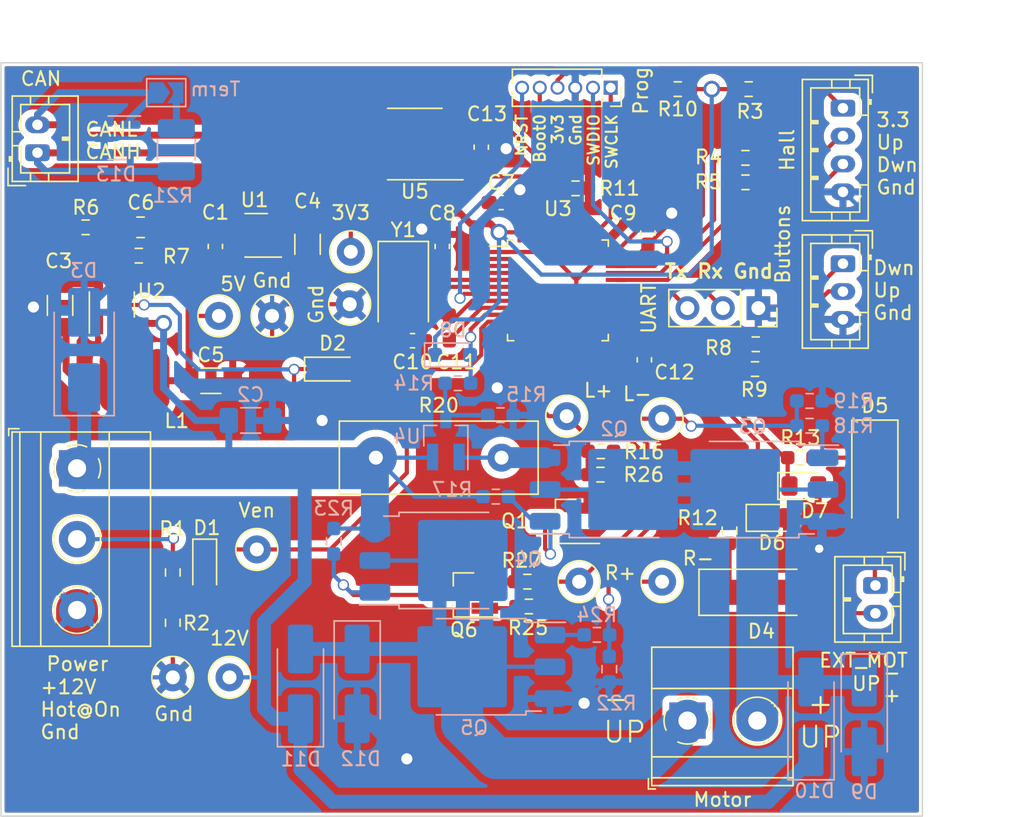
<source format=kicad_pcb>
(kicad_pcb (version 20240225) (generator "pcbnew") (generator_version "8.99")
  (layers (0 "F.Cu" signal) (31 "B.Cu" signal) (34 "B.Paste" user) (35 "F.Paste" user) (36 "B.SilkS" user "B.Silkscreen") (37 "F.SilkS" user "F.Silkscreen") (38 "B.Mask" user) (39 "F.Mask" user) (44 "Edge.Cuts" user))
  (net 0 "")
  (net 1 "+5V")
  (net 2 "GND")
  (net 3 "+12V")
  (net 4 "Net-(U2-SW)")
  (net 5 "Net-(U2-BS)")
  (net 6 "+3V3")
  (net 7 "Net-(U2-FB)")
  (net 8 "/OSC_IN")
  (net 9 "/OSC_OUT")
  (net 10 "/VEN")
  (net 11 "Net-(D1-A)")
  (net 12 "/Power_EN")
  (net 13 "Net-(D4-K)")
  (net 14 "Net-(D4-A)")
  (net 15 "Net-(D5-K)")
  (net 16 "Net-(D5-A)")
  (net 17 "/UP_DIR")
  (net 18 "/DOWN_DIR")
  (net 19 "/Vsen")
  (net 20 "Net-(D10-A)")
  (net 21 "Net-(D11-A)")
  (net 22 "/CANL")
  (net 23 "/CANH")
  (net 24 "/HOT@On")
  (net 25 "Net-(J2-Pin_1)")
  (net 26 "Net-(J2-Pin_2)")
  (net 27 "Net-(J2-Pin_3)")
  (net 28 "Net-(J3-Pin_2)")
  (net 29 "/Rx")
  (net 30 "/Tx")
  (net 31 "/SWCLK")
  (net 32 "/SWDIO")
  (net 33 "Net-(J5-Pin_4)")
  (net 34 "/BOOT0")
  (net 35 "/NRST")
  (net 36 "Net-(JP1-B)")
  (net 37 "Net-(Q1-G)")
  (net 38 "Net-(Q1-D)")
  (net 39 "Net-(Q2-S)")
  (net 40 "Net-(Q3-G)")
  (net 41 "Net-(Q4-G)")
  (net 42 "Net-(Q5-G)")
  (net 43 "Net-(Q6-G)")
  (net 44 "/UP_SW")
  (net 45 "/DOWN_SW")
  (net 46 "/UP_BTN")
  (net 47 "/DOWN_BTN")
  (net 48 "Net-(U4-sense)")
  (net 49 "/L_UP")
  (net 50 "/L_DOWN")
  (net 51 "/R_DOWN")
  (net 52 "/R_UP")
  (net 63 "/CAN_Rx")
  (net 64 "/CAN_Tx")
  (net 73 "Net-(J3-Pin_1)")
  (footprint "Crystal:Crystal_SMD_5032-2Pin_5.0x3.2mm" (layer "F.Cu") (at 99.314 86.36 -90)
    (property "Reference" "Y1")
    (property "Value" "NX5032GA-8MHz")
  )
  (footprint "Resistor_SMD:R_0603_1608Metric_Pad0.98x0.95mm_HandSolder" (layer "F.Cu") (at 82.804 110.6405 90)
    (property "Reference" "R2")
    (property "Value" "100k")
  )
  (footprint "TestPoint:TestPoint_Loop_D1.80mm_Drill1.0mm_Beaded" (layer "F.Cu") (at 111.0234 95.8342)
    (property "Reference" "TP8" (hide yes))
    (property "Value" "L+")
  )
  (footprint "TestPoint:TestPoint_Loop_D1.80mm_Drill1.0mm_Beaded" (layer "F.Cu") (at 117.856 107.696)
    (property "Reference" "TP11" (hide yes))
    (property "Value" "R-")
  )
  (footprint "Capacitor_SMD:C_1206_3216Metric_Pad1.33x1.80mm_HandSolder" (layer "F.Cu") (at 85.5341 93.2942)
    (property "Reference" "C5")
    (property "Value" "47u")
  )
  (footprint "Capacitor_SMD:C_1206_3216Metric_Pad1.33x1.80mm_HandSolder" (layer "F.Cu") (at 74.7268 87.8971 90)
    (property "Reference" "C3")
    (property "Value" "1u")
  )
  (footprint "Connector_JST:JST_PH_B4B-PH-K_1x04_P2.00mm_Vertical" (layer "F.Cu") (at 130.81 73.756 -90)
    (property "Reference" "J2" (hide yes))
    (property "Value" "Hall")
  )
  (footprint "TestPoint:TestPoint_Loop_D1.80mm_Drill1.0mm_Beaded" (layer "F.Cu") (at 86.868 114.554)
    (property "Reference" "TP3" (hide yes))
    (property "Value" "12V")
  )
  (footprint "Resistor_SMD:R_0603_1608Metric_Pad0.98x0.95mm_HandSolder" (layer "F.Cu") (at 80.3675 84.328 180)
    (property "Reference" "R7")
    (property "Value" "100k")
  )
  (footprint "Connector_PinSocket_1.27mm:PinSocket_1x06_P1.27mm_Vertical" (layer "F.Cu") (at 114.173 72.2884 -90)
    (property "Reference" "J5" (hide yes))
    (property "Value" "Prog")
  )
  (footprint "Capacitor_SMD:C_0603_1608Metric_Pad1.08x0.95mm_HandSolder" (layer "F.Cu") (at 116.586 91.7945 -90)
    (property "Reference" "C12")
    (property "Value" "0.1")
  )
  (footprint "TestPoint:TestPoint_Loop_D1.80mm_Drill1.0mm_Beaded" (layer "F.Cu") (at 95.5548 84.0486)
    (property "Reference" "TP5" (hide yes))
    (property "Value" "3V3")
  )
  (footprint "Resistor_THT:R_Box_L14.0mm_W5.0mm_P9.00mm" (layer "F.Cu") (at 97.354 98.806)
    (property "Reference" "R20")
    (property "Value" "0.05")
  )
  (footprint "TestPoint:TestPoint_Loop_D1.80mm_Drill1.0mm_Beaded" (layer "F.Cu") (at 89.916 88.646)
    (property "Reference" "TP1" (hide yes))
    (property "Value" "Gnd")
  )
  (footprint "Capacitor_SMD:C_0603_1608Metric_Pad1.08x0.95mm_HandSolder" (layer "F.Cu") (at 102.616 89.5085 90)
    (property "Reference" "C11")
    (property "Value" "0.1")
  )
  (footprint "TestPoint:TestPoint_Loop_D1.80mm_Drill1.0mm_Beaded" (layer "F.Cu") (at 111.9124 107.696)
    (property "Reference" "TP10" (hide yes))
    (property "Value" "R+")
  )
  (footprint "Capacitor_SMD:C_0603_1608Metric_Pad1.08x0.95mm_HandSolder" (layer "F.Cu") (at 116.84 82.7035 -90)
    (property "Reference" "C9")
    (property "Value" "0.1")
  )
  (footprint "Capacitor_SMD:C_1206_3216Metric" (layer "F.Cu") (at 92.456 83.517 -90)
    (property "Reference" "C4")
    (property "Value" "47u")
  )
  (footprint "Package_TO_SOT_SMD:SOT-23_Handsoldering" (layer "F.Cu") (at 103.656 108.646 180)
    (property "Reference" "Q6")
    (property "Value" "2N7002")
  )
  (footprint "kicad:cd43" (layer "F.Cu") (at 80.0614 93.2688)
    (property "Reference" "L1")
    (property "Value" "10u")
  )
  (footprint "Connector_PinSocket_2.54mm:PinSocket_1x03_P2.54mm_Vertical" (layer "F.Cu") (at 124.7498 88.0868 -90)
    (property "Reference" "J4" (hide yes))
    (property "Value" "UART")
  )
  (footprint "Capacitor_SMD:C_0805_2012Metric_Pad1.18x1.45mm_HandSolder" (layer "F.Cu") (at 80.4965 82.296 180)
    (property "Reference" "C6")
    (property "Value" "22")
  )
  (footprint "TerminalBlock_Phoenix:TerminalBlock_Phoenix_MKDS-1,5-2_1x02_P5.00mm_Horizontal" (layer "F.Cu") (at 119.674 117.653)
    (property "Reference" "J7" (hide yes))
    (property "Value" "Motor")
  )
  (footprint "Package_SO:SOIC-8_3.9x4.9mm_P1.27mm" (layer "F.Cu") (at 100.141 76.327 180)
    (property "Reference" "U5")
    (property "Value" "TJA1050")
  )
  (footprint "Resistor_SMD:R_0603_1608Metric_Pad0.98x0.95mm_HandSolder" (layer "F.Cu") (at 113.4637 98.3488)
    (property "Reference" "R16")
    (property "Value" "100")
  )
  (footprint "Resistor_SMD:R_0603_1608Metric_Pad0.98x0.95mm_HandSolder" (layer "F.Cu") (at 108.204 107.696 180)
    (property "Reference" "R27")
    (property "Value" "10k")
  )
  (footprint "Diode_SMD:D_SOD-323_HandSoldering" (layer "F.Cu") (at 85.09 106.66 -90)
    (property "Reference" "D1")
    (property "Value" "1N5819")
  )
  (footprint "Capacitor_SMD:C_0603_1608Metric_Pad1.08x0.95mm_HandSolder" (layer "F.Cu") (at 104.902 76.5545 90)
    (property "Reference" "C13")
    (property "Value" "0.1")
  )
  (footprint "Resistor_SMD:R_0603_1608Metric_Pad0.98x0.95mm_HandSolder" (layer "F.Cu") (at 82.804 107.0375 90)
    (property "Reference" "R1")
    (property "Value" "300k")
  )
  (footprint "Package_TO_SOT_SMD:SOT-23-3" (layer "F.Cu") (at 88.7785 82.87 180)
    (property "Reference" "U1")
    (property "Value" "XC6206PxxxMR")
  )
  (footprint "Connector_JST:JST_PH_B2B-PH-K_1x02_P2.00mm_Vertical" (layer "F.Cu") (at 73.11 76.946 90)
    (property "Reference" "J8" (hide yes))
    (property "Value" "CAN")
  )
  (footprint "TestPoint:TestPoint_Loop_D1.80mm_Drill1.0mm_Beaded" (layer "F.Cu") (at 82.804 114.554)
    (property "Reference" "TP6" (hide yes))
    (property "Value" "Gnd")
  )
  (footprint "Resistor_SMD:R_0603_1608Metric_Pad0.98x0.95mm_HandSolder" (layer "F.Cu") (at 127.762 98.806)
    (property "Reference" "R13")
    (property "Value" "1k")
  )
  (footprint "Diode_SMD:D_SOD-323_HandSoldering" (layer "F.Cu") (at 94.254 92.456)
    (property "Reference" "D2")
    (property "Value" "1N5819")
  )
  (footprint "TerminalBlock_Phoenix:TerminalBlock_Phoenix_MKDS-1,5-3-5.08_1x03_P5.08mm_Horizontal" (layer "F.Cu") (at 75.946 99.568 -90)
    (property "Reference" "J1" (hide yes))
    (property "Value" "Power")
  )
  (footprint "Capacitor_SMD:C_0603_1608Metric_Pad1.08x0.95mm_HandSolder" (layer "F.Cu") (at 102.108 83.6665 90)
    (property "Reference" "C8")
    (property "Value" "6")
  )
  (footprint "Resistor_SMD:R_0603_1608Metric_Pad0.98x0.95mm_HandSolder" (layer "F.Cu") (at 123.825 77.3176 180)
    (property "Reference" "R4")
    (property "Value" "100")
  )
  (footprint "Package_TO_SOT_SMD:SOT-23-6_Handsoldering" (layer "F.Cu") (at 78.4352 87.8294 90)
    (property "Reference" "U2")
    (property "Value" "MT1470")
  )
  (footprint "TestPoint:TestPoint_Loop_D1.80mm_Drill1.0mm_Beaded" (layer "F.Cu") (at 95.4786 87.8078)
    (property "Reference" "TP7" (hide yes))
    (property "Value" "Gnd")
  )
  (footprint "TestPoint:TestPoint_Loop_D1.80mm_Drill1.0mm_Beaded" (layer "F.Cu") (at 88.8238 105.3846)
    (property "Reference" "TP2" (hide yes))
    (property "Value" "Ven")
  )
  (footprint "Resistor_SMD:R_0603_1608Metric_Pad0.98x0.95mm_HandSolder" (layer "F.Cu") (at 111.6565 79.502 180)
    (property "Reference" "R11")
    (property "Value" "10k")
  )
  (footprint "Connector_JST:JST_PH_B2B-PH-K_1x02_P2.00mm_Vertical" (layer "F.Cu") (at 133.138 107.966 -90)
    (property "Reference" "J6" (hide yes))
    (property "Value" "EXT_MOT")
  )
  (footprint "Resistor_SMD:R_0603_1608Metric_Pad0.98x0.95mm_HandSolder" (layer "F.Cu") (at 108.3075 109.474 180)
    (property "Reference" "R25")
    (property "Value" "100")
  )
  (footprint "Connector_JST:JST_PH_B3B-PH-K_1x03_P2.00mm_Vertical" (layer "F.Cu") (at 130.81 84.9 -90)
    (property "Reference" "J3" (hide yes))
    (property "Value" "Buttons")
  )
  (footprint "Capacitor_SMD:C_0603_1608Metric_Pad1.08x0.95mm_HandSolder" (layer "F.Cu") (at 106.3255 80.518)
    (property "Reference" "C7")
    (property "Value" "0.1")
  )
  (footprint "Package_QFP:LQFP-48_7x7mm_P0.5mm" (layer "F.Cu") (at 110.3915 86.8141)
    (property "Reference" "U3")
    (property "Value" "STM32F103C6Tx")
  )
  (footprint "Resistor_SMD:R_0603_1608Metric_Pad0.98x0.95mm_HandSolder" (layer "F.Cu") (at 76.5575 82.296 180)
    (property "Reference" "R6")
    (property "Value" "19k")
  )
  (footprint "TestPoint:TestPoint_Loop_D1.80mm_Drill1.0mm_Beaded" (layer "F.Cu") (at 86.106 88.646)
    (property "Reference" "TP4" (hide yes))
    (property "Value" "5V")
  )
  (footprint "TestPoint:TestPoint_Loop_D1.80mm_Drill1.0mm_Beaded" (layer "F.Cu") (at 117.856 96.012)
    (property "Reference" "TP9" (hide yes))
    (property "Value" "L-")
  )
  (footprint "Resistor_SMD:R_0603_1608Metric_Pad0.98x0.95mm_HandSolder" (layer "F.Cu") (at 124.0555 72.39 180)
    (property "Reference" "R3")
    (property "Value" "47")
  )
  (footprint "Diode_SMD:D_0805_2012Metric_Pad1.15x1.40mm_HandSolder" (layer "F.Cu") (at 125.739 103.124)
    (property "Reference" "D6")
    (property "Value" "MM3Z3V3")
  )
  (footprint "Resistor_SMD:R_0603_1608Metric_Pad0.98x0.95mm_HandSolder" (layer "F.Cu") (at 124.5635 90.678 180)
    (property "Reference" "R8")
    (property "Value" "100")
  )
  (footprint "Diode_SMD:D_SMA_Handsoldering" (layer "F.Cu") (at 133.096 100.624 -90)
    (property "Reference" "D5")
    (property "Value" "1N4007")
  )
  (footprint "Package_TO_SOT_SMD:SOT-23_Handsoldering" (layer "F.Cu") (at 110.974 103.378 180)
    (property "Reference" "Q1")
    (property "Value" "2N7002")
  )
  (footprint "Resistor_SMD:R_0603_1608Metric_Pad0.98x0.95mm_HandSolder" (layer "F.Cu") (at 118.9755 72.39 180)
    (property "Reference" "R10")
    (property "Value" "6.8")
  )
  (footprint "Diode_SMD:D_SMA_Handsoldering" (layer "F.Cu") (at 125.008 108.458)
    (property "Reference" "D4")
    (property "Value" "1N4007")
  )
  (footprint "Resistor_SMD:R_0603_1608Metric_Pad0.98x0.95mm_HandSolder" (layer "F.Cu") (at 124.5108 92.456 180)
    (property "Reference" "R9")
    (property "Value" "100")
  )
  (footprint "Diode_SMD:D_0805_2012Metric_Pad1.15x1.40mm_HandSolder" (layer "F.Cu") (at 128.007 100.838)
    (property "Reference" "D7")
    (property "Value" "MM3Z3V3")
  )
  (footprint "Resistor_SMD:R_0603_1608Metric_Pad0.98x0.95mm_HandSolder" (layer "F.Cu") (at 113.4383 100.0252 180)
    (property "Reference" "R26")
    (property "Value" "10k")
  )
  (footprint "Resistor_SMD:R_0603_1608Metric_Pad0.98x0.95mm_HandSolder" (layer "F.Cu") (at 123.825 79.0702 180)
    (property "Reference" "R5")
    (property "Value" "100")
  )
  (footprint "Capacitor_SMD:C_0603_1608Metric_Pad1.08x0.95mm_HandSolder" (layer "F.Cu") (at 99.9755 90.424)
    (property "Reference" "C10")
    (property "Value" "6")
  )
  (footprint "Capacitor_SMD:C_0603_1608Metric_Pad1.08x0.95mm_HandSolder" (layer "F.Cu") (at 85.852 83.6665 -90)
    (property "Reference" "C1")
    (property "Value" "0.1")
  )
  (footprint "Resistor_SMD:R_0603_1608Metric_Pad0.98x0.95mm_HandSolder" (layer "F.Cu") (at 122.682 104.0365 -90)
    (property "Reference" "R12")
    (property "Value" "1k")
  )
  (footprint "Package_TO_SOT_SMD:TO-252-3_TabPin2" (layer "B.Cu") (at 124.347 101.093 180)
    (property "Reference" "Q3")
    (property "Value" "IRLR7807")
  )
  (footprint "Diode_SMD:D_SMA_Handsoldering" (layer "B.Cu") (at 128.524 117.388 90)
    (property "Reference" "D10")
    (property "Value" "1N4007")
  )
  (footprint "Resistor_SMD:R_0603_1608Metric_Pad0.98x0.95mm_HandSolder" (layer "B.Cu") (at 128.4205 96.52)
    (property "Reference" "R18")
    (property "Value" "220")
  )
  (footprint "Diode_SMD:D_SMA_Handsoldering" (layer "B.Cu") (at 132.334 117.388 -90)
    (property "Reference" "D9")
    (property "Value" "1N4007")
  )
  (footprint "Diode_SMD:D_SMB_Handsoldering" (layer "B.Cu") (at 76.454 91.0844 90)
    (property "Reference" "D3")
    (property "Value" "SMBJ18A")
  )
  (footprint "Resistor_SMD:R_0603_1608Metric_Pad0.98x0.95mm_HandSolder" (layer "B.Cu") (at 114.0714 113.9679 -90)
    (property "Reference" "R22")
    (property "Value" "10k")
  )
  (footprint "Package_TO_SOT_SMD:TO-252-3_TabPin2" (layer "B.Cu") (at 104.789 113.793 180)
    (property "Reference" "Q5")
    (property "Value" "IRLR7807")
  )
  (footprint "Resistor_SMD:R_0603_1608Metric_Pad0.98x0.95mm_HandSolder" (layer "B.Cu") (at 103.2275 93.472)
    (property "Reference" "R14")
    (property "Value" "330")
  )
  (footprint "Diode_SMD:D_SOD-323_HandSoldering" (layer "B.Cu") (at 102.85 91.44)
    (property "Reference" "D8")
    (property "Value" "1N5819")
  )
  (footprint "Resistor_SMD:R_0603_1608Metric_Pad0.98x0.95mm_HandSolder" (layer "B.Cu") (at 113.1805 111.506 180)
    (property "Reference" "R24")
    (property "Value" "220")
  )
  (footprint "Package_TO_SOT_SMD:TO-252-3_TabPin2" (layer "B.Cu") (at 102.322 106.178)
    (property "Reference" "Q4")
    (property "Value" "AOD4185")
  )
  (footprint "Package_TO_SOT_SMD:SOT-23_Handsoldering" (layer "B.Cu") (at 102.362 97.258 90)
    (property "Reference" "U4")
    (property "Value" "ZXCT1009")
  )
  (footprint "Resistor_SMD:R_1210_3225Metric_Pad1.30x2.65mm_HandSolder" (layer "B.Cu") (at 83.058 76.734 90)
    (property "Reference" "R21")
    (property "Value" "120")
  )
  (footprint "Package_TO_SOT_SMD:SOT-23" (layer "B.Cu") (at 78.8185 75.88 180)
    (property "Reference" "D13")
    (property "Value" "PESD1CAN")
  )
  (footprint "Package_TO_SOT_SMD:TO-252-3_TabPin2" (layer "B.Cu") (at 114.514 101.086)
    (property "Reference" "Q2")
    (property "Value" "AOD4185")
  )
  (footprint "Resistor_SMD:R_0603_1608Metric_Pad0.98x0.95mm_HandSolder" (layer "B.Cu") (at 105.9434 101.6 180)
    (property "Reference" "R17")
    (property "Value" "10k")
  )
  (footprint "Resistor_SMD:R_0603_1608Metric_Pad0.98x0.95mm_HandSolder" (layer "B.Cu") (at 94.3356 104.7985 90)
    (property "Reference" "R23")
    (property "Value" "10k")
  )
  (footprint "Diode_SMD:D_SMA_Handsoldering" (layer "B.Cu") (at 96.012 115.022 -90)
    (property "Reference" "D12")
    (property "Value" "1N4007")
  )
  (footprint "Resistor_SMD:R_0603_1608Metric_Pad0.98x0.95mm_HandSolder" (layer "B.Cu") (at 106.2755 95.758)
    (property "Reference" "R15")
    (property "Value" "100")
  )
  (footprint "Capacitor_SMD:C_1206_3216Metric_Pad1.33x1.80mm_HandSolder" (layer "B.Cu") (at 88.3797 96.139 180)
    (property "Reference" "C2")
    (property "Value" "10u")
  )
  (footprint "Jumper:SolderJumper-2_P1.3mm_Open_TrianglePad1.0x1.5mm" (layer "B.Cu") (at 82.333 72.644)
    (property "Reference" "JP1" (hide yes))
    (property "Value" "Term")
  )
  (footprint "Resistor_SMD:R_0603_1608Metric_Pad0.98x0.95mm_HandSolder" (layer "B.Cu") (at 128.4205 94.742 180)
    (property "Reference" "R19")
    (property "Value" "10k")
  )
  (footprint "Diode_SMD:D_SMA_Handsoldering" (layer "B.Cu") (at 91.948 115.022 90)
    (property "Reference" "D11")
    (property "Value" "1N4007")
  )
  (gr_rect (start 70.5 70.5) (end 136.5 124.5) (stroke (width 0.1)) (fill none) (layer "Edge.Cuts"))
  (gr_text "-\n+" (at 133.604 116.4082 0) (layer "F.SilkS") (effects (font (size 1 1)) (justify left bottom)))
  (gr_text "Tx Rx Gnd" (at 117.9322 86.0298 0) (layer "F.SilkS") (effects (font (size 1 1) (thickness 0.2) (bold yes)) (justify left bottom)))
  (gr_text "-\nUP" (at 113.538 119.3546 0) (layer "F.SilkS") (effects (font (size 1.5 1.5)) (justify left bottom)))
  (gr_text "+12V\nHot@On\nGnd" (at 73.2282 119.0498 0) (layer "F.SilkS") (effects (font (size 1 1)) (justify left bottom)))
  (gr_text "NRST\nBoot0\n3v3\nGnd\nSWDIO\nSWCLK" (at 114.7064 74.0918 90) (layer "F.SilkS") (effects (font (size 0.8 0.8)) (justify right bottom)))
  (gr_text "3.3\nUp\nDwn\nGnd" (at 133.1214 80.01 0) (layer "F.SilkS") (effects (font (size 1 1)) (justify left bottom)))
  (gr_text "UP" (at 131.3688 115.5954 0) (layer "F.SilkS") (effects (font (size 1 1)) (justify left bottom)))
  (gr_text "Dwn\nUp\nGnd" (at 132.8928 89.0016 0) (layer "F.SilkS") (effects (font (size 1 1)) (justify left bottom)))
  (gr_text "CANL\nCANH" (at 76.454 77.47 0) (layer "F.SilkS") (effects (font (size 1 1)) (justify left bottom)))
  (gr_text "+\nUP" (at 129.2098 119.7102 0) (layer "F.SilkS") (effects (font (size 1.5 1.5)) (justify bottom)))
  (segment (start 83.9716 84.9876) (end 83.9716 83.4144) (width 0.5) (layer "F.Cu") (net 1))
  (segment (start 83.9716 93.2942) (end 81.7118 93.2942) (width 0.5) (layer "F.Cu") (net 1))
  (segment (start 85.852 81.026) (end 85.852 82.804) (width 0.5) (layer "F.Cu") (net 1))
  (segment (start 100.5332 78.9178) (end 99.187 80.264) (width 0.5) (layer "F.Cu") (net 1))
  (segment (start 85.852 82.804) (end 87.575 82.804) (width 0.5) (layer "F.Cu") (net 1))
  (segment (start 81.9396 84.9876) (end 81.28 84.328) (width 0.5) (layer "F.Cu") (net 1))
  (segment (start 104.902 75.692) (end 102.616 75.692) (width 0.3) (layer "F.Cu") (net 1))
  (segment (start 102.616 75.692) (end 101.1428 75.692) (width 0.5) (layer "F.Cu") (net 1))
  (segment (start 84.582 82.804) (end 85.852 82.804) (width 0.5) (layer "F.Cu") (net 1))
  (segment (start 81.534 82.296) (end 81.534 84.074) (width 0.3) (layer "F.Cu") (net 1))
  (segment (start 86.106 88.646) (end 83.9716 88.646) (width 0.3) (layer "F.Cu") (net 1))
  (segment (start 101.1428 75.692) (end 100.5332 76.3016) (width 0.5) (layer "F.Cu") (net 1))
  (segment (start 86.614 80.264) (end 85.852 81.026) (width 0.5) (layer "F.Cu") (net 1))
  (segment (start 83.9716 88.646) (end 83.9716 84.9876) (width 0.5) (layer "F.Cu") (net 1))
  (segment (start 83.9716 93.2942) (end 83.9716 88.646) (width 0.5) (layer "F.Cu") (net 1))
  (segment (start 99.187 80.264) (end 86.614 80.264) (width 0.5) (layer "F.Cu") (net 1))
  (segment (start 83.9716 84.9876) (end 81.9396 84.9876) (width 0.5) (layer "F.Cu") (net 1))
  (segment (start 81.534 84.074) (end 81.28 84.328) (width 0.3) (layer "F.Cu") (net 1))
  (segment (start 87.575 82.804) (end 87.641 82.87) (width 0.5) (layer "F.Cu") (net 1))
  (segment (start 100.5332 76.3016) (end 100.5332 78.9178) (width 0.5) (layer "F.Cu") (net 1))
  (segment (start 83.9716 83.4144) (end 84.582 82.804) (width 0.5) (layer "F.Cu") (net 1))
  (segment (start 81.7118 93.2942) (end 81.6864 93.2688) (width 0.5) (layer "F.Cu") (net 1))
  (segment (start 77.4852 88.585) (end 76.8858 87.9856) (width 0.3) (layer "F.Cu") (net 2))
  (segment (start 112.6415 90.9766) (end 112.6415 92.0675) (width 0.3) (layer "F.Cu") (net 2))
  (segment (start 105.156 107.696) (end 105.156 103.378) (width 0.3) (layer "F.Cu") (net 2))
  (segment (start 107.188 80.082902) (end 107.670302 79.6006) (width 0.3) (layer "F.Cu") (net 2))
  (segment (start 99.187 93.8022) (end 97.6376 95.3516) (width 0.5) (layer "F.Cu") (net 2))
  (segment (start 121.2342 104.3686) (end 120.015 105.5878) (width 0.3) (layer "F.Cu") (net 2))
  (segment (start 108.1415 82.6516) (end 108.1415 81.4715) (width 0.3) (layer "F.Cu") (net 2))
  (segment (start 72.8218 88.011) (end 72.8218 84.1502) (width 0.3) (layer "F.Cu") (net 2))
  (segment (start 102.108 82.804) (end 101.0158 82.804) (width 0.3) (layer "F.Cu") (net 2))
  (segment (start 94.2848 95.3516) (end 93.4974 96.139) (width 0.5) (layer "F.Cu") (net 2))
  (segment (start 86.106 84.836) (end 89.916 88.646) (width 0.3) (layer "F.Cu") (net 2))
  (segment (start 94.2848 95.3516) (end 94.2848 91.1098) (width 0.3) (layer "F.Cu") (net 2))
  (segment (start 75.946 109.728) (end 75.946 115.4684) (width 3) (layer "F.Cu") (net 2))
  (segment (start 116.84 83.566) (end 118.5418 81.8642) (width 0.3) (layer "F.Cu") (net 2))
  (segment (start 120.015 105.5878) (end 120.015 108.6612) (width 0.3) (layer "F.Cu") (net 2))
  (segment (start 80.8736 120.396) (end 99.568 120.396) (width 3) (layer "F.Cu") (net 2))
  (segment (start 75.946 115.4684) (end 80.8736 120.396) (width 3) (layer "F.Cu") (net 2))
  (segment (start 112.474 102.428) (end 113.6994 101.2026) (width 0.3) (layer "F.Cu") (net 2))
  (segment (start 90.7542 87.8078) (end 89.916 88.646) (width 0.3) (layer "F.Cu") (net 2))
  (segment (start 99.568 120.396) (end 108.2802 120.396) (width 1) (layer "F.Cu") (net 2))
  (segment (start 100.838 89.789) (end 101.3714 89.2556) (width 0.3) (layer "F.Cu") (net 2))
  (segment (start 100.838 91.059) (end 100.838 90.424) (width 0.3) (layer "F.Cu") (net 2))
  (segment (start 108.6358 101.5746) (end 113.3274 101.5746) (width 0.3) (layer "F.Cu") (net 2))
  (segment (start 129.032 105.2576) (end 129.1082 105.3338) (width 0.3) (layer "F.Cu") (net 2))
  (segment (start 76.8858 87.9856) (end 73.9648 87.9856) (width 0.3) (layer "F.Cu") (net 2))
  (segment (start 102.616 88.646) (end 101.981 88.646) (width 0.3) (layer "F.Cu") (net 2))
  (segment (start 108.6358 96.393) (end 106.045 93.8022) (width 0.3) (layer "F.Cu") (net 2))
  (segment (start 106.045 93.8022) (end 99.187 93.8022) (width 0.5) (layer "F.Cu") (net 2))
  (segment (start 106.9594 101.5746) (end 108.6358 101.5746) (width 0.3) (layer "F.Cu") (net 2))
  (segment (start 128.1938 103.124) (end 129.032 102.2858) (width 0.3) (layer "F.Cu") (net 2))
  (segment (start 113.231 92.657) (end 116.586 92.657) (width 0.3) (layer "F.Cu") (net 2))
  (segment (start 129.032 102.2858) (end 129.032 105.2576) (width 0.3) (layer "F.Cu") (net 2))
  (segment (start 113.3274 101.5746) (end 113.6994 101.2026) (width 0.3) (layer "F.Cu") (net 2))
  (segment (start 111.633 78.566) (end 112.569 79.502) (width 0.3) (layer "F.Cu") (net 2))
  (segment (start 126.764 103.124) (end 128.1938 103.124) (width 0.3) (layer "F.Cu") (net 2))
  (segment (start 73.9648 87.9856) (end 72.8472 87.9856) (width 0.3) (layer "F.Cu") (net 2))
  (segment (start 118.5418 81.8642) (end 118.5418 81.28) (width 0.3) (layer "F.Cu") (net 2))
  (segment (start 89.281 91.1098) (end 87.0966 93.2942) (width 0.3) (layer "F.Cu") (net 2))
  (segment (start 101.0158 82.804) (end 100.6348 82.423) (width 0.3) (layer "F.Cu") (net 2))
  (segment (start 89.916 91.1098) (end 89.281 91.1098) (width 0.3) (layer "F.Cu") (net 2))
  (segment (start 77.4852 89.1794) (end 77.4852 88.585) (width 0.3) (layer "F.Cu") (net 2))
  (segment (start 102.616 76.962) (end 104.447 76.962) (width 0.3) (layer "F.Cu") (net 2))
  (segment (start 129.032 100.838) (end 129.032 102.2858) (width 0.3) (layer "F.Cu") (net 2))
  (segment (start 72.7202 106.5022) (end 75.946 109.728) (width 0.3) (layer "F.Cu") (net 2))
  (segment (start 108.2802 120.396) (end 112.268 116.4082) (width 1) (layer "F.Cu") (net 2))
  (segment (start 83.7692 80.2132) (end 77.7278 80.2132) (width 0.5) (layer "F.Cu") (net 2))
  (segment (start 120.015 108.6612) (end 112.268 116.4082) (width 0.3) (layer "F.Cu") (net 2))
  (segment (start 108.1415 81.4715) (end 107.188 80.518) (width 0.3) (layer "F.Cu") (net 2))
  (segment (start 104.447 76.962) (end 104.902 77.417) (width 0.3) (layer "F.Cu") (net 2))
  (segment (start 116.586 92.657) (end 118.2856 92.657) (width 0.3) (layer "F.Cu") (net 2))
  (segment (start 95.4786 87.8078) (end 90.7542 87.8078) (width 0.3) (layer "F.Cu") (net 2))
  (segment (start 92.456 84.992) (end 91.088 84.992) (width 0.5) (layer "F.Cu") (net 2))
  (segment (start 108.6358 101.5746) (end 108.6358 96.393) (width 0.3) (layer "F.Cu") (net 2))
  (segment (start 85.852 84.836) (end 86.106 84.836) (width 0.3) (layer "F.Cu") (net 2))
  (segment (start 112.6415 92.0675) (end 113.231 92.657) (width 0.3) (layer "F.Cu") (net 2))
  (segment (start 104.250561 87.5641) (end 103.168661 88.646) (width 0.3) (layer "F.Cu") (net 2))
  (segment (start 100.1522 91.7448) (end 100.838 91.059) (width 0.3) (layer "F.Cu") (net 2))
  (segment (start 111.633 72.2884) (end 111.633 78.566) (width 0.3) (layer "F.Cu") (net 2))
  (segment (start 91.088 84.992) (end 89.916 83.82) (width 0.5) (layer "F.Cu") (net 2))
  (segment (start 118.2856 92.657) (end 121.2342 95.6056) (width 0.3) (layer "F.Cu") (net 2))
  (segment (start 72.8218 88.011) (end 72.7202 88.1126) (width 0.3) (layer "F.Cu") (net 2))
  (segment (start 97.6376 95.3516) (end 94.2848 95.3516) (width 0.5) (layer "F.Cu") (net 2))
  (segment (start 74.676 82.296) (end 75.645 82.296) (width 0.3) (layer "F.Cu") (net 2))
  (segment (start 85.852 84.529) (end 85.852 84.836) (width 0.3) (layer "F.Cu") (net 2))
  (segment (start 92.456 84.992) (end 92.456 86.106) (width 0.3) (layer "F.Cu") (net 2))
  (segment (start 85.7504 78.232) (end 83.7692 80.2132) (width 0.5) (layer "F.Cu") (net 2))
  (segment (start 82.804 111.553) (end 82.804 114.554) (width 0.3) (layer "F.Cu") (net 2))
  (segment (start 77.7278 80.2132) (end 75.645 82.296) (width 0.5) (layer "F.Cu") (net 2))
  (segment (start 94.2848 91.1098) (end 97.155 91.1098) (width 0.3) (layer "F.Cu") (net 2))
  (segment (start 103.168661 88.646) (end 102.616 88.646) (width 0.3) (layer "F.Cu") (net 2))
  (segment (start 89.916 88.646) (end 89.916 91.1098) (width 0.3) (layer "F.Cu") (net 2))
  (segment (start 104.902 77.417) (end 105.9202 77.417) (width 0.5) (layer "F.Cu") (net 2))
  (segment (start 107.188 80.518) (end 107.188 80.082902) (width 0.3) (layer "F.Cu") (net 2))
  (segment (start 114.3508 100.5512) (end 114.3508 100.0252) (width 0.3) (layer "F.Cu") (net 2))
  (segment (start 105.156 103.378) (end 106.9594 101.5746) (width 0.3) (layer "F.Cu") (net 2))
  (segment (start 115.8419 84.5641) (end 116.84 83.566) (width 0.3) (layer "F.Cu") (net 2))
  (segment (start 100.838 90.424) (end 100.838 89.789) (width 0.3) (layer "F.Cu") (net 2))
  (segment (start 72.8218 84.1502) (end 74.676 82.296) (width 0.3) (layer "F.Cu") (net 2))
  (segment (start 114.554 84.5641) (end 115.8419 84.5641) (width 0.3) (layer "F.Cu") (net 2))
  (segment (start 105.9202 77.417) (end 106.68 76.6572) (width 0.5) (layer "F.Cu") (net 2))
  (segment (start 97.666 78.232) (end 85.7504 78.232) (width 0.5) (layer "F.Cu") (net 2))
  (segment (start 105.156 107.696) (end 107.2915 107.696) (width 0.3) (layer "F.Cu") (net 2))
  (segment (start 94.2848 91.1098) (end 89.916 91.1098) (width 0.3) (layer "F.Cu") (net 2))
  (segment (start 72.8472 87.9856) (end 72.8218 88.011) (width 0.3) (layer "F.Cu") (net 2))
  (segment (start 72.7202 88.1126) (end 72.7202 106.5022) (width 0.3) (layer "F.Cu") (net 2))
  (segment (start 113.6994 101.2026) (end 114.3508 100.5512) (width 0.3) (layer "F.Cu") (net 2))
  (segment (start 121.2342 95.6056) (end 121.2342 104.3686) (width 0.3) (layer "F.Cu") (net 2))
  (segment (start 106.229 87.5641) (end 104.250561 87.5641) (width 0.3) (layer "F.Cu") (net 2))
  (segment (start 92.456 86.106) (end 89.916 88.646) (width 0.3) (layer "F.Cu") (net 2))
  (segment (start 97.155 91.1098) (end 97.79 91.7448) (width 0.3) (layer "F.Cu") (net 2))
  (segment (start 101.981 88.646) (end 101.3714 89.2556) (width 0.3) (layer "F.Cu") (net 2))
  (segment (start 97.79 91.7448) (end 100.1522 91.7448) (width 0.3) (layer "F.Cu") (net 2))
  (via (at 93.4974 96.139) (size 1.2) (drill 0.8) (layers "F.Cu" "B.Cu") (net 2))
  (via (at 100.6348 82.423) (size 1.2) (drill 0.8) (layers "F.Cu" "B.Cu") (net 2))
  (via (at 112.268 116.4082) (size 1.2) (drill 0.8) (layers "F.Cu" "B.Cu") (net 2))
  (via (at 106.045 93.8022) (size 1.2) (drill 0.8) (layers "F.Cu" "B.Cu") (net 2))
  (via (at 99.568 120.396) (size 1.2) (drill 0.8) (layers "F.Cu" "B.Cu") (net 2))
  (via (at 72.8218 88.011) (size 1.2) (drill 0.8) (layers "F.Cu" "B.Cu") (net 2))
  (via (at 107.670302 79.6006) (size 1.2) (drill 0.8) (layers "F.Cu" "B.Cu") (net 2))
  (via (at 129.1082 105.3338) (size 0.8) (drill 0.6) (layers "F.Cu" "B.Cu") (net 2))
  (via (at 118.5418 81.28) (size 1.2) (drill 0.8) (layers "F.Cu" "B.Cu") (net 2))
  (via (at 106.68 76.6572) (size 1.2) (drill 0.8) (layers "F.Cu" "B.Cu") (net 2))
  (segment (start 107.7468 93.8022) (end 110.4646 91.0844) (width 0.3) (layer "B.Cu") (net 2))
  (segment (start 133.858 119.888) (end 135.382 118.364) (width 1) (layer "B.Cu") (net 2))
  (segment (start 85.1916 76.708) (end 100.6856 76.708) (width 0.5) (layer "B.Cu") (net 2))
  (segment (start 135.382 118.364) (end 135.382 105.3846) (width 1) (layer "B.Cu") (net 2))
  (segment (start 129.4074 103.3526) (end 133.35 103.3526) (width 1) (layer "B.Cu") (net 2))
  (segment (start 110.4646 91.0844) (end 123.9774 91.0844) (width 0.3) (layer "B.Cu") (net 2))
  (segment (start 81.4832 76.708) (end 85.1916 76.708) (width 0.3) (layer "B.Cu") (net 2))
  (segment (start 80.772 114.554) (end 82.804 114.554) (width 0.3) (layer "B.Cu") (net 2))
  (segment (start 106.6292 76.708) (end 106.68 76.6572) (width 0.5) (layer "B.Cu") (net 2))
  (segment (start 100.6348 82.423) (end 100.6348 76.7588) (width 0.3) (layer "B.Cu") (net 2))
  (segment (start 89.916 81.2038) (end 85.4202 76.708) (width 0.3) (layer "B.Cu") (net 2))
  (segment (start 107.188 94.9452) (end 106.045 93.8022) (width 0.3) (layer "B.Cu") (net 2))
  (segment (start 123.9774 91.0844) (end 124.7498 90.312) (width 0.3) (layer "B.Cu") (net 2))
  (segment (start 119.5 84) (end 119.5 83.084261) (width 0.3) (layer "B.Cu") (net 2))
  (segment (start 132.0546 94.742) (end 133.35 93.4466) (width 0.3) (layer "B.Cu") (net 2))
  (segment (start 133.35 82.2198) (end 133.35 93.4466) (width 0.3) (layer "B.Cu") (net 2))
  (segment (start 130.81 88.9) (end 125.563 88.9) (width 0.3) (layer "B.Cu") (net 2))
  (segment (start 106.4514 76.4286) (end 106.68 76.6572) (width 0.5) (layer "B.Cu") (net 2))
  (segment (start 72.8218 88.011) (end 76.0806 88.011) (width 0.3) (layer "B.Cu") (net 2))
  (segment (start 100.6856 76.708) (end 106.6292 76.708) (width 0.5) (layer "B.Cu") (net 2))
  (segment (start 107.670302 79.6006) (end 107.670302 79.831902) (width 0.3) (layer "B.Cu") (net 2))
  (segment (start 107.188 95.758) (end 107.188 94.9452) (width 0.3) (layer "B.Cu") (net 2))
  (segment (start 111.379 71.0946) (end 106.4514 71.0946) (width 0.5) (layer "B.Cu") (net 2))
  (segment (start 111.379 71.0946) (end 116.0526 71.0946) (width 0.5) (layer "B.Cu") (net 2))
  (segment (start 100.6348 76.7588) (end 100.6856 76.708) (width 0.3) (layer "B.Cu") (net 2))
  (segment (start 85.1916 76.708) (end 85.4202 76.708) (width 0.3) (layer "B.Cu") (net 2))
  (segment (start 96.694 117.522) (end 99.568 120.396) (width 1) (layer "B.Cu") (net 2))
  (segment (start 106.045 93.8022) (end 107.7468 93.8022) (width 0.3) (layer "B.Cu") (net 2))
  (segment (start 75.946 109.728) (end 80.772 114.554) (width 0.3) (layer "B.Cu") (net 2))
  (segment (start 118.6434 81.1784) (end 118.5418 81.28) (width 0.3) (layer "B.Cu") (net 2))
  (segment (start 89.9422 96.139) (end 93.4974 96.139) (width 0.5) (layer "B.Cu") (net 2))
  (segment (start 96.012 117.522) (end 96.694 117.522) (width 1) (layer "B.Cu") (net 2))
  (segment (start 135.382 105.3846) (end 133.35 103.3526) (width 1) (layer "B.Cu") (net 2))
  (segment (start 125.563 88.9) (end 124.7498 88.0868) (width 0.3) (layer "B.Cu") (net 2))
  (segment (start 83.6346 81.2038) (end 89.916 81.2038) (width 0.5) (layer "B.Cu") (net 2))
  (segment (start 119.5 83.084261) (end 119.507 83.077261) (width 0.3) (layer "B.Cu") (net 2))
  (segment (start 119.507 81.1784) (end 118.6434 81.1784) (width 0.3) (layer "B.Cu") (net 2))
  (segment (start 133.35 103.3526) (end 133.35 93.4466) (width 3) (layer "B.Cu") (net 2))
  (segment (start 129.1082 103.6518) (end 129.387 103.373) (width 0.3) (layer "B.Cu") (net 2))
  (segment (start 129.333 94.742) (end 132.0546 94.742) (width 0.3) (layer "B.Cu") (net 2))
  (segment (start 89.916 88.646) (end 89.916 81.2038) (width 0.3) (layer "B.Cu") (net 2))
  (segment (start 112.5831 84.7447) (end 118.7553 84.7447) (width 0.3) (layer "B.Cu") (net 2))
  (segment (start 76.0806 88.011) (end 76.454 88.3844) (width 0.3) (layer "B.Cu") (net 2))
  (segment (start 76.454 88.3844) (end 83.6346 81.2038) (width 0.5) (layer "B.Cu") (net 2))
  (segment (start 77.881 75.88) (end 80.6552 75.88) (width 0.3) (layer "B.Cu") (net 2))
  (segment (start 114.0714 114.8804) (end 113.7958 114.8804) (width 0.3) (layer "B.Cu") (net 2))
  (segment (start 124.7498 90.312) (end 124.7498 88.0868) (width 0.3) (layer "B.Cu") (net 2))
  (segment (start 130.81 79.756) (end 130.8862 79.756) (width 0.3) (layer "B.Cu") (net 2))
  (segment (start 130.8862 79.756) (end 133.35 82.2198) (width 0.3) (layer "B.Cu") (net 2))
  (segment (start 111.633 72.2884) (end 111.633 71.3486) (width 0.5) (layer "B.Cu") (net 2))
  (segment (start 106.4514 71.0946) (end 106.4514 76.4286) (width 0.5) (layer "B.Cu") (net 2))
  (segment (start 109.829 116.073) (end 111.9328 116.073) (width 1) (layer "B.Cu") (net 2))
  (segment (start 118.7553 84.7447) (end 119.5 84) (width 0.3) (layer "B.Cu") (net 2))
  (segment (start 107.670302 79.831902) (end 112.5831 84.7447) (width 0.3) (layer "B.Cu") (net 2))
  (segment (start 116.0526 71.0946) (end 118.5418 73.5838) (width 0.5) (layer "B.Cu") (net 2))
  (segment (start 130.81 90.9066) (end 133.35 93.4466) (width 0.5) (layer "B.Cu") (net 2))
  (segment (start 129.1082 105.3338) (end 129.1082 103.6518) (width 0.3) (layer "B.Cu") (net 2))
  (segment (start 118.5418 73.5838) (end 118.5418 81.28) (width 0.5) (layer "B.Cu") (net 2))
  (segment (start 111.9328 116.073) (end 112.268 116.4082) (width 1) (layer "B.Cu") (net 2))
  (segment (start 111.633 71.3486) (end 111.379 71.0946) (width 0.5) (layer "B.Cu") (net 2))
  (segment (start 80.6552 75.88) (end 81.4832 76.708) (width 0.3) (layer "B.Cu") (net 2))
  (segment (start 119.507 83.077261) (end 119.507 81.1784) (width 0.3) (layer "B.Cu") (net 2))
  (segment (start 113.7958 114.8804) (end 112.268 116.4082) (width 0.3) (layer "B.Cu") (net 2))
  (segment (start 129.387 103.373) (end 129.4074 103.3526) (width 1) (layer "B.Cu") (net 2))
  (segment (start 130.81 88.9) (end 130.81 90.9066) (width 0.5) (layer "B.Cu") (net 2))
  (segment (start 132.334 119.888) (end 133.858 119.888) (width 1) (layer "B.Cu") (net 2))
  (segment (start 96.592 99.568) (end 97.354 98.806) (width 3) (layer "F.Cu") (net 3))
  (segment (start 75.946 99.568) (end 86.7918 99.568) (width 3) (layer "F.Cu") (net 3))
  (segment (start 86.7918 99.568) (end 96.592 99.568) (width 3) (layer "F.Cu") (net 3))
  (segment (start 82.1436 89.1794) (end 79.3852 89.1794) (width 0.5) (layer "F.Cu") (net 3))
  (via (at 82.1436 89.1794) (size 1.2) (drill 0.8) (layers "F.Cu" "B.Cu") (net 3))
  (segment (start 92.2528 100.2792) (end 92.2528 107.6706) (width 1) (layer "B.Cu") (net 3))
  (segment (start 86.868 114.554) (end 89.281 114.554) (width 0.3) (layer "B.Cu") (net 3))
  (segment (start 82.1436 93.8276) (end 82.1436 89.1794) (width 0.5) (layer "B.Cu") (net 3))
  (segment (start 97.282 98.878) (end 97.354 98.806) (width 2) (layer "B.Cu") (net 3))
  (segment (start 91.948 121.158) (end 91.948 117.522) (width 1) (layer "B.Cu") (net 3))
  (segment (start 105.0309 101.6) (end 100.148 101.6) (width 0.3) (layer "B.Cu") (net 3))
  (segment (start 125.476 123.4694) (end 94.2594 123.4694) (width 1) (layer "B.Cu") (net 3))
  (segment (start 94.2594 123.4694) (end 91.948 121.158) (width 1) (layer "B.Cu") (net 3))
  (segment (start 128.524 120.4214) (end 125.476 123.4694) (width 1) (layer "B.Cu") (net 3))
  (segment (start 89.3318 110.5916) (end 89.3318 114.5032) (width 1) (layer "B.Cu") (net 3))
  (segment (start 93.726 98.806) (end 92.2528 100.2792) (width 1) (layer "B.Cu") (net 3))
  (segment (start 101.364 98.806) (end 101.412 98.758) (width 0.3) (layer "B.Cu") (net 3))
  (segment (start 90.09 117.522) (end 91.948 117.522) (width 1) (layer "B.Cu") (net 3))
  (segment (start 97.27 103.886) (end 97.282 103.898) (width 0.3) (layer "B.Cu") (net 3))
  (segment (start 89.3318 115.1636) (end 89.3318 116.7638) (width 1) (layer "B.Cu") (net 3))
  (segment (start 97.354 98.806) (end 101.364 98.806) (width 0.3) (layer "B.Cu") (net 3))
  (segment (start 128.524 119.888) (end 128.524 120.4214) (width 1) (layer "B.Cu") (net 3))
  (segment (start 94.3356 103.886) (end 97.27 103.886) (width 0.3) (layer "B.Cu") (net 3))
  (segment (start 86.8172 96.139) (end 84.455 96.139) (width 0.5) (layer "B.Cu") (net 3))
  (segment (start 97.354 98.806) (end 93.726 98.806) (width 1) (layer "B.Cu") (net 3))
  (segment (start 86.8934 99.568) (end 96.592 99.568) (width 3) (layer "B.Cu") (net 3))
  (segment (start 84.455 96.139) (end 82.1436 93.8276) (width 0.5) (layer "B.Cu") (net 3))
  (segment (start 86.8172 96.139) (end 86.8172 99.4918) (width 0.5) (layer "B.Cu") (net 3))
  (segment (start 92.2528 107.6706) (end 89.3318 110.5916) (width 1) (layer "B.Cu") (net 3))
  (segment (start 97.282 103.898) (end 97.282 98.878) (width 2) (layer "B.Cu") (net 3))
  (segment (start 75.946 99.568) (end 86.8934 99.568) (width 3) (layer "B.Cu") (net 3))
  (segment (start 89.3318 114.5032) (end 89.3318 115.1636) (width 1) (layer "B.Cu") (net 3))
  (segment (start 100.148 101.6) (end 97.354 98.806) (width 0.3) (layer "B.Cu") (net 3))
  (segment (start 89.3318 116.7638) (end 90.09 117.522) (width 1) (layer "B.Cu") (net 3))
  (segment (start 76.454 99.5172) (end 76.454 93.7844) (width 1) (layer "B.Cu") (net 3))
  (segment (start 89.281 114.554) (end 89.3318 114.5032) (width 0.3) (layer "B.Cu") (net 3))
  (segment (start 86.8172 99.4918) (end 86.8934 99.568) (width 0.5) (layer "B.Cu") (net 3))
  (segment (start 96.592 99.568) (end 97.354 98.806) (width 3) (layer "B.Cu") (net 3))
  (segment (start 75.1586 92.5068) (end 75.9206 93.2688) (width 0.5) (layer "F.Cu") (net 4))
  (segment (start 78.4352 93.2676) (end 78.4364 93.2688) (width 0.5) (layer "F.Cu") (net 4))
  (segment (start 75.9206 93.2688) (end 78.4364 93.2688) (width 0.5) (layer "F.Cu") (net 4))
  (segment (start 74.7268 89.4596) (end 75.1586 89.8914) (width 0.5) (layer "F.Cu") (net 4))
  (segment (start 78.4352 89.1794) (end 78.4352 93.2676) (width 0.5) (layer "F.Cu") (net 4))
  (segment (start 75.1586 89.8914) (end 75.1586 92.5068) (width 0.5) (layer "F.Cu") (net 4))
  (segment (start 74.7268 86.3346) (end 77.3404 86.3346) (width 0.5) (layer "F.Cu") (net 5))
  (segment (start 77.3404 86.3346) (end 77.4852 86.4794) (width 0.5) (layer "F.Cu") (net 5))
  (segment (start 106.229 84.0641) (end 109.707541 84.0641) (width 0.3) (layer "F.Cu") (net 6))
  (segment (start 106.229 88.0641) (end 111.7115 88.0641) (width 0.3) (layer "F.Cu") (net 6))
  (segment (start 116.7771 81.841) (end 114.554 84.0641) (width 0.3) (layer "F.Cu") (net 6))
  (segment (start 106.172 82.6516) (end 106.172 84.0071) (width 0.3) (layer "F.Cu") (net 6))
  (segment (start 113.1415 90.9766) (end 116.5414 90.9766) (width 0.3) (layer "F.Cu") (net 6))
  (segment (start 113.1415 89.4941) (end 113.1415 90.9766) (width 0.3) (layer "F.Cu") (net 6))
  (segment (start 106.172 84.0071) (end 106.229 84.0641) (width 0.3) (layer "F.Cu") (net 6))
  (segment (start 111.7115 88.0641) (end 113.1415 89.4941) (width 0.3) (layer "F.Cu") (net 6))
  (segment (start 106.172 82.6516) (end 107.6415 82.6516) (width 0.3) (layer "F.Cu") (net 6))
  (segment (start 103.378 81.28) (end 104.14 82.042) (width 0.5) (layer "F.Cu") (net 6))
  (segment (start 89.916 81.92) (end 92.334 81.92) (width 0.5) (layer "F.Cu") (net 6))
  (segment (start 95.5548 82.0928) (end 95.504 82.042) (width 0.3) (layer "F.Cu") (net 6))
  (segment (start 113.715459 84.0641) (end 111.7115 86.068059) (width 0.3) (layer "F.Cu") (net 6))
  (segment (start 119.888 72.39) (end 121.412 72.39) (width 0.3) (layer "F.Cu") (net 6))
  (segment (start 95.504 82.042) (end 96.266 81.28) (width 0.5) (layer "F.Cu") (net 6))
  (segment (start 92.456 82.042) (end 95.504 82.042) (width 0.5) (layer "F.Cu") (net 6))
  (segment (start 114.554 84.0641) (end 113.715459 84.0641) (width 0.3) (layer "F.Cu") (net 6))
  (segment (start 95.5548 84.0486) (end 95.5548 82.0928) (width 0.3) (layer "F.Cu") (net 6))
  (segment (start 92.334 81.92) (end 92.456 82.042) (width 0.5) (layer "F.Cu") (net 6))
  (segment (start 105.5624 82.042) (end 104.14 82.042) (width 0.5) (layer "F.Cu") (net 6))
  (segment (start 116.5414 90.9766) (end 116.586 90.932) (width 0.3) (layer "F.Cu") (net 6))
  (segment (start 104.9229 88.0641) (end 102.616 90.371) (width 0.3) (layer "F.Cu") (net 6))
  (segment (start 105.463 80.518) (end 105.463 81.9426) (width 0.3) (layer "F.Cu") (net 6))
  (segment (start 96.266 81.28) (end 103.378 81.28) (width 0.5) (layer "F.Cu") (net 6))
  (segment (start 116.84 81.841) (end 116.7771 81.841) (width 0.3) (layer "F.Cu") (net 6))
  (segment (start 121.412 72.39) (end 123.143 72.39) (width 0.3) (layer "F.Cu") (net 6))
  (segment (start 106.229 88.0641) (end 104.9229 88.0641) (width 0.3) (layer "F.Cu") (net 6))
  (segment (start 111.7115 86.068059) (end 111.7115 88.0641) (width 0.3) (layer "F.Cu") (net 6))
  (segment (start 109.707541 84.0641) (end 111.7115 86.068059) (width 0.3) (layer "F.Cu") (net 6))
  (segment (start 106.172 82.6516) (end 105.5624 82.042) (width 0.5) (layer "F.Cu") (net 6))
  (segment (start 105.463 81.9426) (end 106.172 82.6516) (width 0.3) (layer "F.Cu") (net 6))
  (via (at 121.412 72.39) (size 1.2) (drill 0.8) (layers "F.Cu" "B.Cu") (net 6))
  (via (at 106.172 82.6516) (size 1.2) (drill 0.8) (layers "F.Cu" "B.Cu") (net 6))
  (segment (start 106.172 82.6516) (end 109.2073 85.6869) (width 0.3) (layer "B.Cu") (net 6))
  (segment (start 101.6 91.44) (end 101.6 90.17) (width 0.3) (layer "B.Cu") (net 6))
  (segment (start 106.172 82.6516) (end 106.172 87.63) (width 0.3) (layer "B.Cu") (net 6))
  (segment (start 109.2073 85.6869) (end 119.8131 85.6869) (width 0.3) (layer "B.Cu") (net 6))
  (segment (start 102.87 88.9) (end 104.902 88.9) (width 0.3) (layer "B.Cu") (net 6))
  (segment (start 119.8131 85.6869) (end 121.412 84.088) (width 0.3) (layer "B.Cu") (net 6))
  (segment (start 121.412 84.088) (end 121.412 72.39) (width 0.3) (layer "B.Cu") (net 6))
  (segment (start 106.172 87.63) (end 104.902 88.9) (width 0.3) (layer "B.Cu") (net 6))
  (segment (start 101.6 90.17) (end 102.87 88.9) (width 0.3) (layer "B.Cu") (net 6))
  (segment (start 79.455 86.4096) (end 79.3852 86.4794) (width 0.3) (layer "F.Cu") (net 7))
  (segment (start 79.455 84.328) (end 79.455 86.4096) (width 0.3) (layer "F.Cu") (net 7))
  (segment (start 79.459 84.324) (end 79.455 84.328) (width 0.3) (layer "F.Cu") (net 7))
  (segment (start 77.47 82.296) (end 79.459 82.296) (width 0.3) (layer "F.Cu") (net 7))
  (segment (start 79.459 82.296) (end 79.459 84.324) (width 0.3) (layer "F.Cu") (net 7))
  (segment (start 100.8681 86.0641) (end 99.314 84.51) (width 0.3) (layer "F.Cu") (net 8))
  (segment (start 99.333 84.529) (end 99.314 84.51) (width 0.3) (layer "F.Cu") (net 8))
  (segment (start 102.108 84.529) (end 99.333 84.529) (width 0.3) (layer "F.Cu") (net 8))
  (segment (start 106.229 86.0641) (end 100.8681 86.0641) (width 0.3) (layer "F.Cu") (net 8))
  (segment (start 99.113 88.411) (end 99.314 88.21) (width 0.3) (layer "F.Cu") (net 9))
  (segment (start 99.113 90.424) (end 99.113 88.411) (width 0.3) (layer "F.Cu") (net 9))
  (segment (start 106.229 86.5641) (end 100.9599 86.5641) (width 0.3) (layer "F.Cu") (net 9))
  (segment (start 100.9599 86.5641) (end 99.314 88.21) (width 0.3) (layer "F.Cu") (net 9))
  (segment (start 92.456 97.3328) (end 95.4278 97.3328) (width 0.3) (layer "F.Cu") (net 10))
  (segment (start 98.0948 96.4438) (end 99.568 97.917) (width 0.3) (layer "F.Cu") (net 10))
  (segment (start 78.74 87.8586) (end 78.4352 87.5538) (width 0.3) (layer "F.Cu") (net 10))
  (segment (start 91.4908 96.3676) (end 92.456 97.3328) (width 0.3) (layer "F.Cu") (net 10))
  (segment (start 78.4352 87.5538) (end 78.4352 86.4794) (width 0.3) (layer "F.Cu") (net 10))
  (segment (start 80.7466 87.8586) (end 78.74 87.8586) (width 0.3) (layer "F.Cu") (net 10))
  (segment (start 85.1154 105.3846) (end 88.8238 105.3846) (width 0.3) (layer "F.Cu") (net 10))
  (segment (start 93.004 92.456) (end 91.4654 92.456) (width 0.3) (layer "F.Cu") (net 10))
  (segment (start 99.568 97.917) (end 99.568 99.8982) (width 0.3) (layer "F.Cu") (net 10))
  (segment (start 94.0816 105.3846) (end 88.8238 105.3846) (width 0.3) (layer "F.Cu") (net 10))
  (segment (start 96.3168 96.4438) (end 98.0948 96.4438) (width 0.3) (layer "F.Cu") (net 10))
  (segment (start 99.568 99.8982) (end 94.0816 105.3846) (width 0.3) (layer "F.Cu") (net 10))
  (segment (start 91.4654 92.456) (end 91.4908 92.4814) (width 0.3) (layer "F.Cu") (net 10))
  (segment (start 85.09 105.41) (end 85.1154 105.3846) (width 0.3) (layer "F.Cu") (net 10))
  (segment (start 91.4908 92.4814) (end 91.4908 96.3676) (width 0.3) (layer "F.Cu") (net 10))
  (segment (start 95.4278 97.3328) (end 96.3168 96.4438) (width 0.3) (layer "F.Cu") (net 10))
  (via (at 91.4908 92.4814) (size 0.8) (drill 0.6) (layers "F.Cu" "B.Cu") (net 10))
  (via (at 80.7466 87.8586) (size 0.8) (drill 0.6) (layers "F.Cu" "B.Cu") (net 10))
  (segment (start 82.5754 87.8586) (end 80.7466 87.8586) (width 0.3) (layer "B.Cu") (net 10))
  (segment (start 84.6074 92.4814) (end 91.4908 92.4814) (width 0.3) (layer "B.Cu") (net 10))
  (segment (start 83.312 91.186) (end 84.6074 92.4814) (width 0.3) (layer "B.Cu") (net 10))
  (segment (start 82.5754 87.8586) (end 83.312 88.5952) (width 0.3) (layer "B.Cu") (net 10))
  (segment (start 83.312 88.5952) (end 83.312 91.186) (width 0.3) (layer "B.Cu") (net 10))
  (segment (start 82.804 107.95) (end 85.05 107.95) (width 0.3) (layer "F.Cu") (net 11))
  (segment (start 85.05 107.95) (end 85.09 107.91) (width 0.3) (layer "F.Cu") (net 11))
  (segment (start 82.804 109.728) (end 82.804 107.95) (width 0.3) (layer "F.Cu") (net 11))
  (segment (start 106.229 89.0641) (end 105.390459 89.0641) (width 0.3) (layer "F.Cu") (net 12))
  (segment (start 104.902 89.552559) (end 104.902 91.44) (width 0.3) (layer "F.Cu") (net 12))
  (segment (start 105.390459 89.0641) (end 104.902 89.552559) (width 0.3) (layer "F.Cu") (net 12))
  (segment (start 104.902 91.44) (end 103.886 92.456) (width 0.3) (layer "F.Cu") (net 12))
  (segment (start 103.886 92.456) (end 95.504 92.456) (width 0.3) (layer "F.Cu") (net 12))
  (segment (start 122.682 108.284) (end 122.508 108.458) (width 0.3) (layer "F.Cu") (net 13))
  (segment (start 122.682 104.949) (end 122.682 108.284) (width 0.3) (layer "F.Cu") (net 13))
  (segment (start 129 109.95) (end 127.508 108.458) (width 0.3) (layer "F.Cu") (net 14))
  (segment (start 133.096 109.95) (end 129 109.95) (width 0.3) (layer "F.Cu") (net 14))
  (segment (start 132.414 98.806) (end 133.096 98.124) (width 0.3) (layer "F.Cu") (net 15))
  (segment (start 128.6745 98.806) (end 132.414 98.806) (width 0.3) (layer "F.Cu") (net 15))
  (segment (start 133.096 107.95) (end 133.096 103.124) (width 0.3) (layer "F.Cu") (net 16))
  (segment (start 124.714 103.124) (end 124.714 97.69165) (width 0.3) (layer "F.Cu") (net 17))
  (segment (start 124.714 97.69165) (end 122.682 95.65965) (width 0.3) (layer "F.Cu") (net 17))
  (segment (start 114.554 89.5641) (end 116.58645 89.5641) (width 0.3) (layer "F.Cu") (net 17))
  (segment (start 116.58645 89.5641) (end 122.682 95.65965) (width 0.3) (layer "F.Cu") (net 17))
  (segment (start 122.682 103.124) (end 124.714 103.124) (width 0.3) (layer "F.Cu") (net 17))
  (segment (start 126.619 98.806) (end 126.8495 98.806) (width 0.3) (layer "F.Cu") (net 18))
  (segment (start 126.8495 100.7055) (end 126.982 100.838) (width 0.3) (layer "F.Cu") (net 18))
  (segment (start 116.8771 89.0641) (end 126.619 98.806) (width 0.3) (layer "F.Cu") (net 18))
  (segment (start 126.8495 98.806) (end 126.8495 100.7055) (width 0.3) (layer "F.Cu") (net 18))
  (segment (start 114.554 89.0641) (end 116.8771 89.0641) (width 0.3) (layer "F.Cu") (net 18))
  (segment (start 104.394 89.353453) (end 104.14 89.607453) (width 0.3) (layer "F.Cu") (net 19))
  (segment (start 104.14 89.607453) (end 104.14 90.17) (width 0.3) (layer "F.Cu") (net 19))
  (segment (start 105.183353 88.5641) (end 104.394 89.353453) (width 0.3) (layer "F.Cu") (net 19))
  (segment (start 106.229 88.5641) (end 105.183353 88.5641) (width 0.3) (layer "F.Cu") (net 19))
  (via (at 104.14 90.17) (size 0.8) (drill 0.6) (layers "F.Cu" "B.Cu") (net 19))
  (segment (start 104.14 91.4) (end 104.1 91.44) (width 0.3) (layer "B.Cu") (net 19))
  (segment (start 104.14 93.472) (end 104.14 91.48) (width 0.3) (layer "B.Cu") (net 19))
  (segment (start 104.14 90.17) (end 104.14 91.4) (width 0.3) (layer "B.Cu") (net 19))
  (segment (start 104.14 91.48) (end 104.1 91.44) (width 0.3) (layer "B.Cu") (net 19))
  (segment (start 124.674 117.653) (end 124.674 115.0112) (width 3) (layer "B.Cu") (net 20))
  (segment (start 124.7972 114.888) (end 124.674 115.0112) (width 1) (layer "B.Cu") (net 20))
  (segment (start 123.08 101.086) (end 123.087 101.093) (width 1) (layer "B.Cu") (net 20))
  (segment (start 124.674 115.0112) (end 124.674 102.68) (width 3) (layer "B.Cu") (net 20))
  (segment (start 109.474 101.086) (end 115.774 101.086) (width 0.3) (layer "B.Cu") (net 20))
  (segment (start 129.387 101.093) (end 123.087 101.093) (width 0.3) (layer "B.Cu") (net 20))
  (segment (start 132.334 114.888) (end 124.7972 114.888) (width 1) (layer "B.Cu") (net 20))
  (segment (start 115.774 101.086) (end 123.08 101.086) (width 1) (layer "B.Cu") (net 20))
  (segment (start 124.674 102.68) (end 123.087 101.093) (width 3) (layer "B.Cu") (net 20))
  (segment (start 117.449 99.561) (end 121.405 99.561) (width 1) (layer "B.Cu") (net 20))
  (segment (start 121.405 99.561) (end 121.412 99.568) (width 1) (layer "B.Cu") (net 20))
  (segment (start 114.099 102.611) (end 121.405 102.611) (width 1) (layer "B.Cu") (net 20))
  (segment (start 121.405 102.611) (end 121.412 102.618) (width 1) (layer "B.Cu") (net 20))
  (segment (start 97.282 106.178) (end 103.582 106.178) (width 0.3) (layer "B.Cu") (net 21))
  (segment (start 103.582 106.178) (end 103.582 113.74) (width 1) (layer "B.Cu") (net 21))
  (segment (start 103.529 117.9054) (end 105.9688 120.3452) (width 3) (layer "B.Cu") (net 21))
  (segment (start 96.012 112.522) (end 101.6 112.522) (width 1) (layer "B.Cu") (net 21))
  (segment (start 91.948 112.522) (end 96.012 112.522) (width 1) (layer "B.Cu") (net 21))
  (segment (start 101.907 107.703) (end 101.907 112.215) (width 1) (layer "B.Cu") (net 21))
  (segment (start 116.9818 120.3452) (end 119.674 117.653) (width 3) (layer "B.Cu") (net 21))
  (segment (start 105.257 112.215) (end 105.204 112.268) (width 1) (layer "B.Cu") (net 21))
  (segment (start 105.257 107.703) (end 105.257 112.215) (width 1) (layer "B.Cu") (net 21))
  (segment (start 101.6 112.522) (end 101.854 112.268) (width 1) (layer "B.Cu") (net 21))
  (segment (start 103.582 113.74) (end 103.529 113.793) (width 1) (layer "B.Cu") (net 21))
  (segment (start 103.529 113.793) (end 103.529 117.9054) (width 3) (layer "B.Cu") (net 21))
  (segment (start 109.829 113.793) (end 103.529 113.793) (width 0.3) (layer "B.Cu") (net 21))
  (segment (start 105.9688 120.3452) (end 116.9818 120.3452) (width 3) (layer "B.Cu") (net 21))
  (segment (start 101.907 112.215) (end 101.854 112.268) (width 1) (layer "B.Cu") (net 21))
  (segment (start 97.666 75.692) (end 76.2508 75.692) (width 0.5) (layer "F.Cu") (net 22))
  (segment (start 75.5048 74.946) (end 73.11 74.946) (width 0.5) (layer "F.Cu") (net 22))
  (segment (start 76.2508 75.692) (end 75.5048 74.946) (width 0.5) (layer "F.Cu") (net 22))
  (segment (start 74.676 72.644) (end 81.608 72.644) (width 0.5) (layer "B.Cu") (net 22))
  (segment (start 73.11 74.21) (end 74.676 72.644) (width 0.5) (layer "B.Cu") (net 22))
  (segment (start 79.756 74.93) (end 79.756 74.496) (width 0.5) (layer "B.Cu") (net 22))
  (segment (start 79.756 74.496) (end 81.608 72.644) (width 0.5) (layer "B.Cu") (net 22))
  (segment (start 73.11 74.946) (end 73.11 74.21) (width 0.5) (layer "B.Cu") (net 22))
  (segment (start 97.666 76.962) (end 73.126 76.962) (width 0.5) (layer "F.Cu") (net 23))
  (segment (start 73.126 76.962) (end 73.11 76.946) (width 0.5) (layer "F.Cu") (net 23))
  (segment (start 79.756 76.83) (end 79.756 78.284) (width 0.5) (layer "B.Cu") (net 23))
  (segment (start 73.11 77.682) (end 73.712 78.284) (width 0.5) (layer "B.Cu") (net 23))
  (segment (start 73.11 76.946) (end 73.11 77.682) (width 0.5) (layer "B.Cu") (net 23))
  (segment (start 73.712 78.284) (end 79.756 78.284) (width 0.5) (layer "B.Cu") (net 23))
  (segment (start 79.756 78.284) (end 83.058 78.284) (width 0.5) (layer "B.Cu") (net 23))
  (segment (start 82.804 104.648) (end 82.8548 104.5972) (width 0.3) (layer "F.Cu") (net 24))
  (segment (start 82.804 106.125) (end 82.804 104.648) (width 0.3) (layer "F.Cu") (net 24))
  (via (at 82.8548 104.5972) (size 0.8) (drill 0.6) (layers "F.Cu" "B.Cu") (net 24))
  (segment (start 82.804 104.648) (end 75.946 104.648) (width 0.3) (layer "B.Cu") (net 24))
  (segment (start 82.8548 104.5972) (end 82.804 104.648) (width 0.3) (layer "B.Cu") (net 24))
  (segment (start 124.968 72.39) (end 129.444 72.39) (width 0.3) (layer "F.Cu") (net 25))
  (segment (start 129.444 72.39) (end 130.81 73.756) (width 0.3) (layer "F.Cu") (net 25))
  (segment (start 130.5936 75.756) (end 129.032 77.3176) (width 0.3) (layer "F.Cu") (net 26))
  (segment (start 130.81 75.756) (end 130.5936 75.756) (width 0.3) (layer "F.Cu") (net 26))
  (segment (start 129.032 77.3176) (end 124.7375 77.3176) (width 0.3) (layer "F.Cu") (net 26))
  (segment (start 129.4958 79.0702) (end 130.81 77.756) (width 0.3) (layer "F.Cu") (net 27))
  (segment (start 124.7375 79.0702) (end 129.4958 79.0702) (width 0.3) (layer "F.Cu") (net 27))
  (segment (start 126.9238 89.7382) (end 129.7752 86.8868) (width 0.3) (layer "F.Cu") (net 28))
  (segment (start 126.619 92.456) (end 126.9238 92.1512) (width 0.3) (layer "F.Cu") (net 28))
  (segment (start 126.9238 92.1512) (end 126.9238 89.7382) (width 0.3) (layer "F.Cu") (net 28))
  (segment (start 129.7752 86.8868) (end 130.7084 86.8868) (width 0.3) (layer "F.Cu") (net 28))
  (segment (start 125.4233 92.456) (end 126.619 92.456) (width 0.3) (layer "F.Cu") (net 28))
  (segment (start 120.6871 86.5641) (end 122.2098 88.0868) (width 0.3) (layer "F.Cu") (net 29))
  (segment (start 114.554 86.5641) (end 120.6871 86.5641) (width 0.3) (layer "F.Cu") (net 29))
  (segment (start 118.6471 87.0641) (end 119.6698 88.0868) (width 0.3) (layer "F.Cu") (net 30))
  (segment (start 114.554 87.0641) (end 118.6471 87.0641) (width 0.3) (layer "F.Cu") (net 30))
  (segment (start 114.173 81.6201) (end 113.1415 82.6516) (width 0.3) (layer "F.Cu") (net 31))
  (segment (start 114.173 72.2884) (end 114.173 81.6201) (width 0.3) (layer "F.Cu") (net 31))
  (segment (start 118.2116 84.1756) (end 118.2116 83.312) (width 0.3) (layer "F.Cu") (net 32))
  (segment (start 114.554 85.0641) (end 117.3231 85.0641) (width 0.3) (layer "F.Cu") (net 32))
  (segment (start 117.3231 85.0641) (end 118.2116 84.1756) (width 0.3) (layer "F.Cu") (net 32))
  (via (at 118.2116 83.312) (size 0.8) (drill 0.6) (layers "F.Cu" "B.Cu") (net 32))
  (segment (start 112.903 80.6704) (end 115.5446 83.312) (width 0.3) (layer "B.Cu") (net 32))
  (segment (start 112.903 72.2884) (end 112.903 80.6704) (width 0.3) (layer "B.Cu") (net 32))
  (segment (start 115.5446 83.312) (end 118.2116 83.312) (width 0.3) (layer "B.Cu") (net 32))
  (segment (start 110.363 71.755) (end 110.998 71.12) (width 0.3) (layer "F.Cu") (net 33))
  (segment (start 110.998 71.12) (end 116.793 71.12) (width 0.3) (layer "F.Cu") (net 33))
  (segment (start 116.793 71.12) (end 118.063 72.39) (width 0.3) (layer "F.Cu") (net 33))
  (segment (start 110.363 72.2884) (end 110.363 71.755) (width 0.3) (layer "F.Cu") (net 33))
  (segment (start 109.093 73.9394) (end 109.093 72.2884) (width 0.3) (layer "F.Cu") (net 34))
  (segment (start 109.6415 79.502) (end 109.6415 82.6516) (width 0.3) (layer "F.Cu") (net 34))
  (segment (start 109.6415 79.502) (end 109.6415 74.4879) (width 0.3) (layer "F.Cu") (net 34))
  (segment (start 110.744 79.502) (end 109.6415 79.502) (width 0.3) (layer "F.Cu") (net 34))
  (segment (start 109.6415 74.4879) (end 109.093 73.9394) (width 0.3) (layer "F.Cu") (net 34))
  (segment (start 106.229 87.0641) (end 103.6899 87.0641) (width 0.3) (layer "F.Cu") (net 35))
  (segment (start 103.6899 87.0641) (end 103.378 87.376) (width 0.3) (layer "F.Cu") (net 35))
  (via (at 103.378 87.376) (size 0.8) (drill 0.6) (layers "F.Cu" "B.Cu") (net 35))
  (segment (start 103.378 82.042) (end 103.378 87.376) (width 0.3) (layer "B.Cu") (net 35))
  (segment (start 107.823 77.597) (end 103.378 82.042) (width 0.3) (layer "B.Cu") (net 35))
  (segment (start 107.823 72.2884) (end 107.823 77.597) (width 0.3) (layer "B.Cu") (net 35))
  (segment (start 83.058 72.644) (end 83.058 75.184) (width 0.5) (layer "B.Cu") (net 36))
  (segment (start 115.5446 102.108) (end 113.3246 104.328) (width 0.3) (layer "F.Cu") (net 37))
  (segment (start 115.5446 99.5172) (end 115.5446 102.108) (width 0.3) (layer "F.Cu") (net 37))
  (segment (start 114.3762 98.3488) (end 115.5446 99.5172) (width 0.3) (layer "F.Cu") (net 37))
  (segment (start 113.3246 104.328) (end 112.474 104.328) (width 0.3) (layer "F.Cu") (net 37))
  (segment (start 109.474 103.378) (end 109.474 105.3338) (width 0.3) (layer "F.Cu") (net 38))
  (segment (start 109.474 105.3338) (end 109.855 105.7148) (width 0.3) (layer "F.Cu") (net 38))
  (via (at 109.855 105.7148) (size 0.8) (drill 0.6) (layers "F.Cu" "B.Cu") (net 38))
  (segment (start 109.474 103.366) (end 108.6219 103.366) (width 0.3) (layer "B.Cu") (net 38))
  (segment (start 109.855 103.747) (end 109.474 103.366) (width 0.3) (layer "B.Cu") (net 38))
  (segment (start 109.855 105.7148) (end 109.855 103.747) (width 0.3) (layer "B.Cu") (net 38))
  (segment (start 108.6219 103.366) (end 106.8559 101.6) (width 0.3) (layer "B.Cu") (net 38))
  (segment (start 109.474 98.806) (end 106.354 98.806) (width 1.5) (layer "B.Cu") (net 39))
  (segment (start 103.36 98.806) (end 103.312 98.758) (width 0.3) (layer "B.Cu") (net 39))
  (segment (start 106.354 98.806) (end 103.36 98.806) (width 0.3) (layer "B.Cu") (net 39))
  (segment (start 129.333 96.52) (end 129.333 98.759) (width 0.3) (layer "B.Cu") (net 40))
  (segment (start 129.333 98.759) (end 129.387 98.813) (width 0.3) (layer "B.Cu") (net 40))
  (segment (start 102.156 108.646) (end 95.7428 108.646) (width 0.3) (layer "F.Cu") (net 41))
  (segment (start 95.7428 108.646) (end 95.0214 107.9246) (width 0.3) (layer "F.Cu") (net 41))
  (via (at 95.0214 107.9246) (size 0.8) (drill 0.6) (layers "F.Cu" "B.Cu") (net 41))
  (segment (start 94.3356 105.711) (end 94.3356 107.2388) (width 0.3) (layer "B.Cu") (net 41))
  (segment (start 97.282 108.458) (end 95.5548 108.458) (width 0.3) (layer "B.Cu") (net 41))
  (segment (start 95.0214 107.9246) (end 94.3356 107.2388) (width 0.3) (layer "B.Cu") (net 41))
  (segment (start 95.5548 108.458) (end 95.0214 107.9246) (width 0.3) (layer "B.Cu") (net 41))
  (segment (start 109.829 111.513) (end 112.261 111.513) (width 0.3) (layer "B.Cu") (net 42))
  (segment (start 112.261 111.513) (end 112.268 111.506) (width 0.3) (layer "B.Cu") (net 42))
  (segment (start 107.273 109.596) (end 107.395 109.474) (width 0.3) (layer "F.Cu") (net 43))
  (segment (start 105.156 109.596) (end 107.273 109.596) (width 0.3) (layer "F.Cu") (net 43))
  (segment (start 121.8946 77.3176) (end 122.9125 77.3176) (width 0.3) (layer "F.Cu") (net 44))
  (segment (start 121.5771 81.7499) (end 121.5771 77.6351) (width 0.3) (layer "F.Cu") (net 44))
  (segment (start 117.7629 85.5641) (end 121.5771 81.7499) (width 0.3) (layer "F.Cu") (net 44))
  (segment (start 121.5771 77.6351) (end 121.8946 77.3176) (width 0.3) (layer "F.Cu") (net 44))
  (segment (start 114.554 85.5641) (end 117.7629 85.5641) (width 0.3) (layer "F.Cu") (net 44))
  (segment (start 122.9125 79.0702) (end 122.9125 81.4051) (width 0.3) (layer "F.Cu") (net 45))
  (segment (start 122.9125 81.4051) (end 118.2535 86.0641) (width 0.3) (layer "F.Cu") (net 45))
  (segment (start 118.2535 86.0641) (end 114.554 86.0641) (width 0.3) (layer "F.Cu") (net 45))
  (segment (start 121.031 92.456) (end 117.1391 88.5641) (width 0.3) (layer "F.Cu") (net 46))
  (segment (start 117.1391 88.5641) (end 114.554 88.5641) (width 0.3) (layer "F.Cu") (net 46))
  (segment (start 123.5983 92.456) (end 121.031 92.456) (width 0.3) (layer "F.Cu") (net 46))
  (segment (start 120.015 90.678) (end 117.4011 88.0641) (width 0.3) (layer "F.Cu") (net 47))
  (segment (start 123.651 90.678) (end 120.015 90.678) (width 0.3) (layer "F.Cu") (net 47))
  (segment (start 117.4011 88.0641) (end 114.554 88.0641) (width 0.3) (layer "F.Cu") (net 47))
  (segment (start 102.315 95.711) (end 102.362 95.758) (width 0.3) (layer "B.Cu") (net 48))
  (segment (start 102.315 93.472) (end 102.315 95.711) (width 0.3) (layer "B.Cu") (net 48))
  (segment (start 102.362 95.758) (end 105.363 95.758) (width 0.3) (layer "B.Cu") (net 48))
  (segment (start 112.5258 100.0252) (end 112.5258 98.3742) (width 0.3) (layer "F.Cu") (net 49))
  (segment (start 112.5512 98.3488) (end 112.5512 97.362) (width 0.3) (layer "F.Cu") (net 49))
  (segment (start 111.0234 95.8342) (end 109.7342 95.8342) (width 0.3) (layer "F.Cu") (net 49))
  (segment (start 106.229 89.5641) (end 106.229 92.329) (width 0.3) (layer "F.Cu") (net 49))
  (segment (start 112.5258 98.3742) (end 112.5512 98.3488) (width 0.3) (layer "F.Cu") (net 49))
  (segment (start 109.7342 95.8342) (end 106.229 92.329) (width 0.3) (layer "F.Cu") (net 49))
  (segment (start 112.5512 97.362) (end 111.0234 95.8342) (width 0.3) (layer "F.Cu") (net 49))
  (segment (start 109.6415 92.4457) (end 110.1344 92.9386) (width 0.3) (layer "F.Cu") (net 50))
  (segment (start 119.4054 96.012) (end 119.9388 96.5454) (width 0.3) (layer "F.Cu") (net 50))
  (segment (start 115.7478 96.012) (end 117.856 96.012) (width 0.3) (layer "F.Cu") (net 50))
  (segment (start 117.856 96.012) (end 119.4054 96.012) (width 0.3) (layer "F.Cu") (net 50))
  (segment (start 110.1344 92.9386) (end 112.6744 92.9386) (width 0.3) (layer "F.Cu") (net 50))
  (segment (start 109.6415 90.9766) (end 109.6415 92.4457) (width 0.3) (layer "F.Cu") (net 50))
  (segment (start 112.6744 92.9386) (end 115.7478 96.012) (width 0.3) (layer "F.Cu") (net 50))
  (via (at 119.9388 96.5454) (size 0.8) (drill 0.6) (layers "F.Cu" "B.Cu") (net 50))
  (segment (start 127.508 94.742) (end 127.508 96.52) (width 0.3) (layer "B.Cu") (net 50))
  (segment (start 127.508 96.52) (end 119.9642 96.52) (width 0.3) (layer "B.Cu") (net 50))
  (segment (start 119.9642 96.52) (end 119.9388 96.5454) (width 0.3) (layer "B.Cu") (net 50))
  (segment (start 112.4458 93.4974) (end 116.8019 97.8535) (width 0.3) (layer "F.Cu") (net 51))
  (segment (start 109.1415 90.9766) (end 109.1415 92.7839) (width 0.3) (layer "F.Cu") (net 51))
  (segment (start 114.0206 106.7054) (end 116.8019 103.9241) (width 0.3) (layer "F.Cu") (net 51))
  (segment (start 114.046 107.696) (end 114.0206 107.6706) (width 0.3) (layer "F.Cu") (net 51))
  (segment (start 116.8019 103.9241) (end 116.8019 97.8535) (width 0.3) (layer "F.Cu") (net 51))
  (segment (start 114.0206 108.966) (end 114.0206 107.6706) (width 0.3) (layer "F.Cu") (net 51))
  (segment (start 114.0206 107.6706) (end 114.0206 106.7054) (width 0.3) (layer "F.Cu") (net 51))
  (segment (start 109.1415 92.7839) (end 109.855 93.4974) (width 0.3) (layer "F.Cu") (net 51))
  (segment (start 109.855 93.4974) (end 112.4458 93.4974) (width 0.3) (layer "F.Cu") (net 51))
  (segment (start 117.856 107.696) (end 114.046 107.696) (width 0.3) (layer "F.Cu") (net 51))
  (via (at 114.0206 108.966) (size 0.8) (drill 0.6) (layers "F.Cu" "B.Cu") (net 51))
  (segment (start 114.0714 111.5276) (end 114.093 111.506) (width 0.3) (layer "B.Cu") (net 51))
  (segment (start 114.0206 108.966) (end 114.0206 111.4336) (width 0.3) (layer "B.Cu") (net 51))
  (segment (start 114.0206 111.4336) (end 114.093 111.506) (width 0.3) (layer "B.Cu") (net 51))
  (segment (start 114.0714 113.0554) (end 114.0714 111.5276) (width 0.3) (layer "B.Cu") (net 51))
  (segment (start 116.1796 103.4288) (end 111.9124 107.696) (width 0.3) (layer "F.Cu") (net 52))
  (segment (start 109.601 94.0054) (end 112.0648 94.0054) (width 0.3) (layer "F.Cu") (net 52))
  (segment (start 116.1796 98.1202) (end 116.1796 103.4288) (width 0.3) (layer "F.Cu") (net 52))
  (segment (start 109.1165 107.696) (end 111.9124 107.696) (width 0.3) (layer "F.Cu") (net 52))
  (segment (start 107.6415 92.0459) (end 109.601 94.0054) (width 0.3) (layer "F.Cu") (net 52))
  (segment (start 109.1165 107.696) (end 109.1165 109.3705) (width 0.3) (layer "F.Cu") (net 52))
  (segment (start 109.1165 109.3705) (end 109.22 109.474) (width 0.3) (layer "F.Cu") (net 52))
  (segment (start 107.6415 90.9766) (end 107.6415 92.0459) (width 0.3) (layer "F.Cu") (net 52))
  (segment (start 112.0648 94.0054) (end 116.1796 98.1202) (width 0.3) (layer "F.Cu") (net 52))
  (segment (start 109.1415 77.5185) (end 106.045 74.422) (width 0.3) (layer "F.Cu") (net 63))
  (segment (start 106.045 74.422) (end 102.616 74.422) (width 0.3) (layer "F.Cu") (net 63))
  (segment (start 109.1415 82.6516) (end 109.1415 77.5185) (width 0.3) (layer "F.Cu") (net 63))
  (segment (start 108.6415 82.6516) (end 108.6415 78.9997) (width 0.3) (layer "F.Cu") (net 64))
  (segment (start 103.3018 78.232) (end 102.616 78.232) (width 0.3) (layer "F.Cu") (net 64))
  (segment (start 103.7209 78.6511) (end 103.3018 78.232) (width 0.3) (layer "F.Cu") (net 64))
  (segment (start 108.2929 78.6511) (end 103.7209 78.6511) (width 0.3) (layer "F.Cu") (net 64))
  (segment (start 108.6415 78.9997) (end 108.2929 78.6511) (width 0.3) (layer "F.Cu") (net 64))
  (segment (start 125.476 90.1192) (end 125.476 90.678) (width 0.3) (layer "F.Cu") (net 73))
  (segment (start 130.7084 84.8868) (end 125.476 90.1192) (width 0.3) (layer "F.Cu") (net 73))
  (zone (net 2) (net_name "GND") (layers "F&B.Cu") (connect_pads (clearance 0.5)) (min_thickness 0.25) (fill yes (thermal_gap 0.5) (thermal_bridge_width 0.5))
    (polygon (pts (xy 70.5 70.5) (xy 136.5 70.5) (xy 136.5 124.5) (xy 70.5 124.5)))
  )
)
</source>
